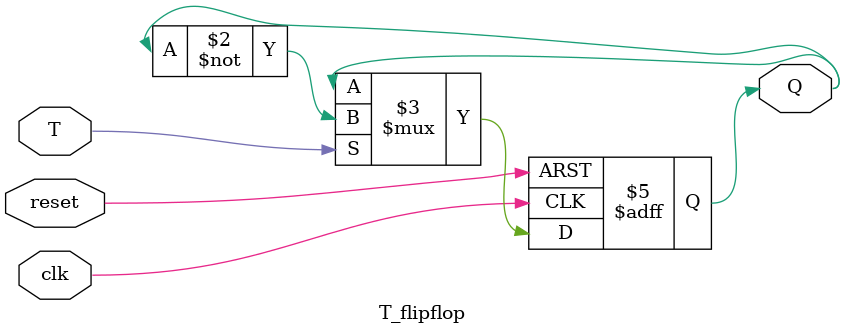
<source format=v>
`timescale 1ns / 1ps

module T_flipflop (
    input T, clk, reset,
    output reg Q
);
    always @(posedge clk or posedge reset) begin
        if (reset)
            Q <= 1'b0;
        else if (T)
            Q <= ~Q;
    end
endmodule


</source>
